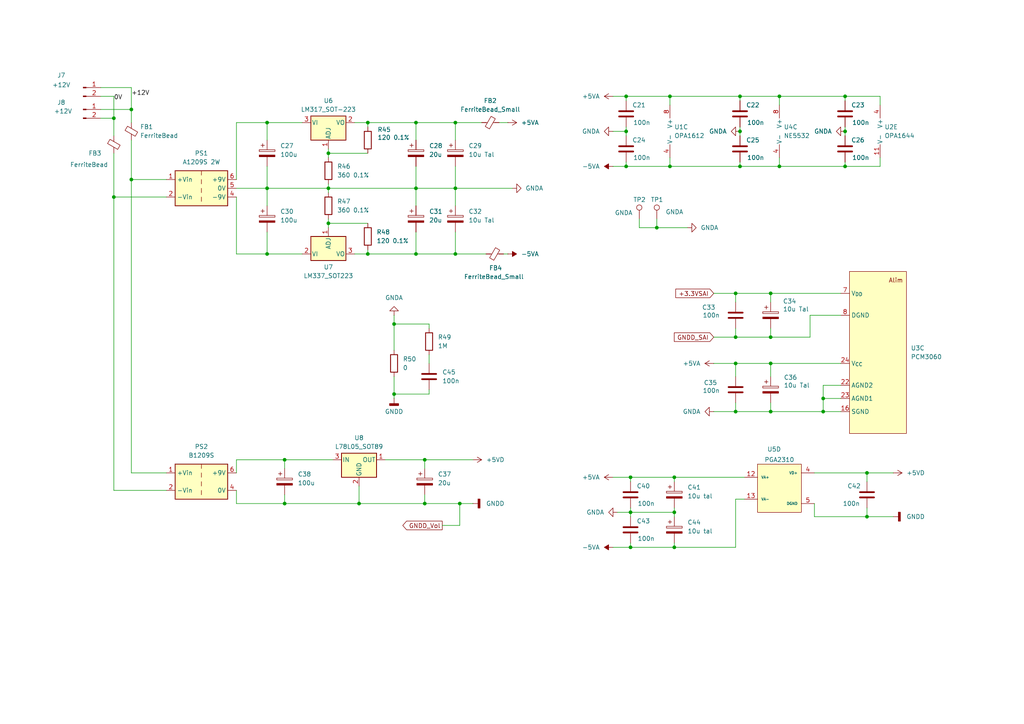
<source format=kicad_sch>
(kicad_sch (version 20250114) (generator "eeschema") (generator_version "9.0")
  (paper "A4")
  (title_block (title "OSCAR Audio 1.0") (date "2025-05-30") (rev "2") (company "DAD Design"))
  (lib_symbols
    (symbol "@Projet:A1209S"
      (property "Reference" "PS" (at -7.62 6.35 0))
      (property "Value" "A1209S 2W" (at 1.27 6.35 0))
      (symbol "A1209S_0_0"
        (pin power_in line (at -10.16 2.54 0) (length 2.54) (name "+Vin") (number "1"))
        (pin power_in line (at -10.16 -2.54 0) (length 2.54) (name "-Vin") (number "2"))
        (pin power_out line (at 10.16 0 180) (length 2.54) (name "0V") (number "5"))
      )
      (symbol "A1209S_0_1"
        (rectangle (start -7.62 5.08) (end 7.62 -5.08) (stroke (width 0.254)) (fill (type background)))
        (polyline (pts (xy 0 5.08) (xy 0 3.81)))
        (polyline (pts (xy 0 2.54) (xy 0 1.27)))
        (polyline (pts (xy 0 0) (xy 0 -1.27)))
        (polyline (pts (xy 0 -2.54) (xy 0 -3.81)))
      )
      (symbol "A1209S_1_0"
        (pin power_out line (at 10.16 2.54 180) (length 2.54) (name "+9V") (number "6"))
        (pin power_out line (at 10.16 -2.54 180) (length 2.54) (name "-9V") (number "4"))
      )
    )
    (symbol "@Projet:B1209S"
      (property "Reference" "PS" (at -7.62 6.35 0))
      (property "Value" "B1209S" (at 1.27 6.35 0))
      (symbol "B1209S_0_0"
        (pin power_in line (at -10.16 2.54 0) (length 2.54) (name "+Vin") (number "1"))
        (pin power_in line (at -10.16 -2.54 0) (length 2.54) (name "-Vin") (number "2"))
      )
      (symbol "B1209S_0_1"
        (rectangle (start -7.62 5.08) (end 7.62 -5.08) (stroke (width 0.254)) (fill (type background)))
        (polyline (pts (xy 0 5.08) (xy 0 3.81)))
        (polyline (pts (xy 0 2.54) (xy 0 1.27)))
        (polyline (pts (xy 0 0) (xy 0 -1.27)))
        (polyline (pts (xy 0 -2.54) (xy 0 -3.81)))
      )
      (symbol "B1209S_1_0"
        (pin power_out line (at 10.16 2.54 180) (length 2.54) (name "+9V") (number "6"))
        (pin power_out line (at 10.16 -2.54 180) (length 2.54) (name "0V") (number "4"))
      )
    )
    (symbol "@Projet:FerriteBead_Small" (pin_numbers (hide yes)) (pin_names (offset 0))
      (property "Reference" "FB" (at 1.905 1.27 0))
      (property "Value" "FerriteBead_Small" (at 1.905 -1.27 0))
      (symbol "FerriteBead_Small_0_1"
        (polyline (pts (xy -1.8288 0.2794) (xy -1.1176 1.4986) (xy 1.8288 -0.2032) (xy 1.1176 -1.4224) (xy -1.8288 0.2794)))
        (polyline (pts (xy 0 0.889) (xy 0 1.2954)))
        (polyline (pts (xy 0 -1.27) (xy 0 -0.7874)))
      )
      (symbol "FerriteBead_Small_1_1"
        (pin power_in line (at 0 2.54 270) (length 1.27) (name "~") (number "1"))
        (pin power_out line (at 0 -2.54 90) (length 1.27) (name "~") (number "2"))
      )
    )
    (symbol "@Projet:OPA1612" (pin_names (offset 0.127))
      (property "Reference" "U" (at 0 5.08 0))
      (property "Value" "OPA1612" (at 0 -5.08 0))
      (symbol "OPA1612_1_1"
        (polyline (pts (xy -5.08 5.08) (xy 5.08 0) (xy -5.08 -5.08) (xy -5.08 5.08)) (stroke (width 0.254)) (fill (type background)))
        (pin input line (at -7.62 2.54 0) (length 2.54) (name "+") (number "3"))
        (pin input line (at -7.62 -2.54 0) (length 2.54) (name "-") (number "2"))
        (pin output line (at 7.62 0 180) (length 2.54) (name "~") (number "1"))
      )
      (symbol "OPA1612_2_1"
        (polyline (pts (xy -5.08 5.08) (xy 5.08 0) (xy -5.08 -5.08) (xy -5.08 5.08)) (stroke (width 0.254)) (fill (type background)))
        (pin input line (at -7.62 2.54 0) (length 2.54) (name "+") (number "5"))
        (pin input line (at -7.62 -2.54 0) (length 2.54) (name "-") (number "6"))
        (pin output line (at 7.62 0 180) (length 2.54) (name "~") (number "7"))
      )
      (symbol "OPA1612_3_1"
        (pin power_in line (at -2.54 7.62 270) (length 3.81) (name "V+") (number "8"))
        (pin power_in line (at -2.54 -7.62 90) (length 3.81) (name "V-") (number "4"))
      )
    )
    (symbol "@Projet:OPA1644" (pin_names (offset 0.127))
      (property "Reference" "U" (at 0 5.08 0))
      (property "Value" "OPA1644" (at 0 -5.08 0))
      (symbol "OPA1644_1_1"
        (polyline (pts (xy -5.08 5.08) (xy 5.08 0) (xy -5.08 -5.08) (xy -5.08 5.08)) (stroke (width 0.254)) (fill (type background)))
        (pin input line (at -7.62 2.54 0) (length 2.54) (name "+") (number "3"))
        (pin input line (at -7.62 -2.54 0) (length 2.54) (name "-") (number "2"))
        (pin output line (at 7.62 0 180) (length 2.54) (name "~") (number "1"))
      )
      (symbol "OPA1644_2_1"
        (polyline (pts (xy -5.08 5.08) (xy 5.08 0) (xy -5.08 -5.08) (xy -5.08 5.08)) (stroke (width 0.254)) (fill (type background)))
        (pin input line (at -7.62 2.54 0) (length 2.54) (name "+") (number "5"))
        (pin input line (at -7.62 -2.54 0) (length 2.54) (name "-") (number "6"))
        (pin output line (at 7.62 0 180) (length 2.54) (name "~") (number "7"))
      )
      (symbol "OPA1644_3_1"
        (polyline (pts (xy -5.08 5.08) (xy 5.08 0) (xy -5.08 -5.08) (xy -5.08 5.08)) (stroke (width 0.254)) (fill (type background)))
        (pin input line (at -7.62 2.54 0) (length 2.54) (name "+") (number "10"))
        (pin input line (at -7.62 -2.54 0) (length 2.54) (name "-") (number "9"))
        (pin output line (at 7.62 0 180) (length 2.54) (name "~") (number "8"))
      )
      (symbol "OPA1644_4_1"
        (polyline (pts (xy -5.08 5.08) (xy 5.08 0) (xy -5.08 -5.08) (xy -5.08 5.08)) (stroke (width 0.254)) (fill (type background)))
        (pin input line (at -7.62 2.54 0) (length 2.54) (name "+") (number "12"))
        (pin input line (at -7.62 -2.54 0) (length 2.54) (name "-") (number "13"))
        (pin output line (at 7.62 0 180) (length 2.54) (name "~") (number "14"))
      )
      (symbol "OPA1644_5_1"
        (pin power_in line (at -2.54 7.62 270) (length 3.81) (name "V+") (number "4"))
        (pin power_in line (at -2.54 -7.62 90) (length 3.81) (name "V-") (number "11"))
      )
    )
    (symbol "@Projet:PCM3060"
      (property "Reference" "U" (at -6.096 25.654 0))
      (property "Value" "PCM3060" (at -6.096 22.606 0))
      (symbol "PCM3060_1_1"
        (rectangle (start -11.43 20.32) (end 8.89 -30.48) (stroke (width 0.254)) (fill (type background)))
        (text "ADC" (at 0 7.874 0) (effects (font (size 1.27 1.27))))
        (text "DAC" (at 1.016 -16.002 0) (effects (font (size 1.27 1.27))))
        (text "Analog" (at 4.064 18.288 0) (effects (font (size 1.27 1.27))))
        (pin input line (at -13.97 12.7 0) (length 2.54) (name "V_{IN}L") (number "25"))
        (pin input line (at -13.97 10.16 0) (length 2.54) (name "V_{IN}R") (number "26"))
        (pin output line (at -13.97 1.27 0) (length 2.54) (name "V_{COM}") (number "21"))
        (pin output line (at -13.97 -7.62 0) (length 2.54) (name "V_{OUT}R-") (number "17"))
        (pin output line (at -13.97 -10.16 0) (length 2.54) (name "V_{OUT}R+") (number "18"))
        (pin output line (at -13.97 -15.24 0) (length 2.54) (name "V_{OUT}L-") (number "19"))
        (pin output line (at -13.97 -17.78 0) (length 2.54) (name "V_{OUT}L+") (number "20"))
        (pin output line (at -13.97 -22.86 0) (length 2.54) (name "ZEROR") (number "13"))
        (pin output line (at -13.97 -26.67 0) (length 2.54) (name "ZEROL") (number "14"))
      )
      (symbol "PCM3060_2_1"
        (rectangle (start -10.16 20.32) (end 20.32 -19.05) (stroke (width 0.254)) (fill (type background)))
        (text "Digital" (at 15.24 18.288 0) (effects (font (size 1.27 1.27))))
        (pin output line (at -12.7 15.24 0) (length 2.54) (name "DOUT") (number "3"))
        (pin bidirectional line (at -12.7 11.43 0) (length 2.54) (name "LRCK1") (number "4"))
        (pin bidirectional line (at -12.7 7.62 0) (length 2.54) (name "BCK1") (number "5"))
        (pin input line (at -12.7 3.81 0) (length 2.54) (name "SCKI1") (number "6"))
        (pin input line (at -12.7 -2.54 0) (length 2.54) (name "DIN") (number "12"))
        (pin bidirectional line (at -12.7 -6.35 0) (length 2.54) (name "LRCK2") (number "11"))
        (pin bidirectional line (at -12.7 -10.16 0) (length 2.54) (name "BCK2") (number "10"))
        (pin input line (at -12.7 -13.97 0) (length 2.54) (name "SCKI2") (number "9"))
        (pin input line (at 22.86 13.97 180) (length 2.54) (name "MODE") (number "28"))
        (pin input line (at 22.86 7.62 180) (length 2.54) (name "~{RST}") (number "15"))
        (pin input line (at 22.86 0 180) (length 2.54) (name "~{MS}/AD/IFMD") (number "27"))
        (pin bidirectional line (at 22.86 -6.35 180) (length 2.54) (name "MD/SDA/DEMP") (number "2"))
        (pin input line (at 22.86 -12.7 180) (length 2.54) (name "MC/SCL/FMT") (number "1"))
      )
      (symbol "PCM3060_3_1"
        (rectangle (start -11.43 20.32) (end 5.08 -26.67) (fill (type background)))
        (text "Alim" (at 2.032 17.78 0) (effects (font (size 1.27 1.27))))
        (pin power_in line (at -13.97 13.97 0) (length 2.54) (name "V_{DD}") (number "7"))
        (pin power_in line (at -13.97 7.62 0) (length 2.54) (name "DGND") (number "8"))
        (pin power_in line (at -13.97 -6.35 0) (length 2.54) (name "V_{CC}") (number "24"))
        (pin power_in line (at -13.97 -12.7 0) (length 2.54) (name "AGND2") (number "22"))
        (pin power_in line (at -13.97 -16.51 0) (length 2.54) (name "AGND1") (number "23"))
        (pin power_in line (at -13.97 -20.32 0) (length 2.54) (name "SGND") (number "16"))
      )
    )
    (symbol "@Projet:PGA2310" (pin_names (offset 1.016))
      (property "Reference" "U" (at -4.318 9.652 0))
      (property "Value" "PGA2310" (at -1.524 7.366 0))
      (symbol "PGA2310_1_1"
        (unit_name "Ana_Left")
        (polyline (pts (xy -6.35 0) (xy -5.08 0)))
        (polyline (pts (xy 6.223 0) (xy -5.08 5.715) (xy -5.08 -5.715) (xy 6.223 0)) (stroke (width 0.254)) (fill (type background)))
        (pin input line (at -8.89 0 0) (length 3.048) (name "AINL") (number "16"))
        (pin power_in line (at 0 -7.62 90) (length 4.318) (name "AGNDL") (number "15"))
        (pin output line (at 8.89 0 180) (length 2.794) (name "AOUTL") (number "14"))
      )
      (symbol "PGA2310_2_1"
        (unit_name "Ana_Right")
        (polyline (pts (xy -6.35 0) (xy -5.08 0)))
        (polyline (pts (xy 6.223 0) (xy -5.08 5.715) (xy -5.08 -5.715) (xy 6.223 0)) (stroke (width 0.254)) (fill (type background)))
        (pin input line (at -8.89 0 0) (length 3.048) (name "AINR") (number "9"))
        (pin power_in line (at 0 -7.62 90) (length 4.318) (name "AGNDR") (number "10"))
        (pin output line (at 8.89 0 180) (length 2.794) (name "AOUTR") (number "11"))
      )
      (symbol "PGA2310_3_1"
        (unit_name "Logic")
        (rectangle (start -7.62 5.08) (end 6.35 -16.51) (fill (type background)))
        (pin input line (at -12.7 2.54 0) (length 5.08) (name "SDATAI") (number "3"))
        (pin input inverted (at -12.7 -1.27 0) (length 5.08) (name "CS") (number "2"))
        (pin input line (at -12.7 -5.08 0) (length 5.08) (name "SCLK") (number "6"))
        (pin input inverted (at -12.7 -10.16 0) (length 5.08) (name "MUTE") (number "8"))
        (pin input line (at -12.7 -13.97 0) (length 5.08) (name "ZCEN") (number "1"))
        (pin output line (at 11.43 -13.97 180) (length 5.08) (name "SDATAO") (number "7"))
      )
      (symbol "PGA2310_4_1"
        (unit_name "Alim")
        (rectangle (start -6.35 5.08) (end 6.35 -8.89) (fill (type background)))
        (pin power_in line (at -10.16 2.54 0) (length 3.81) (name "VD+") (number "4"))
        (pin power_in line (at -10.16 -6.35 0) (length 3.81) (name "DGND") (number "5"))
        (pin power_in line (at 10.16 1.27 180) (length 3.81) (name "VA+") (number "12"))
        (pin power_in line (at 10.16 -5.08 180) (length 3.81) (name "VA-") (number "13"))
      )
    )
    (symbol "Amplifier_Operational:NE5532" (pin_names (offset 0.127))
      (property "Reference" "U" (at 0 5.08 0))
      (property "Value" "NE5532" (at 0 -5.08 0))
      (symbol "NE5532_1_1"
        (polyline (pts (xy -5.08 5.08) (xy 5.08 0) (xy -5.08 -5.08) (xy -5.08 5.08)) (stroke (width 0.254)) (fill (type background)))
        (pin input line (at -7.62 2.54 0) (length 2.54) (name "+") (number "3"))
        (pin input line (at -7.62 -2.54 0) (length 2.54) (name "-") (number "2"))
        (pin output line (at 7.62 0 180) (length 2.54) (name "~") (number "1"))
      )
      (symbol "NE5532_2_1"
        (polyline (pts (xy -5.08 5.08) (xy 5.08 0) (xy -5.08 -5.08) (xy -5.08 5.08)) (stroke (width 0.254)) (fill (type background)))
        (pin input line (at -7.62 2.54 0) (length 2.54) (name "+") (number "5"))
        (pin input line (at -7.62 -2.54 0) (length 2.54) (name "-") (number "6"))
        (pin output line (at 7.62 0 180) (length 2.54) (name "~") (number "7"))
      )
      (symbol "NE5532_3_1"
        (pin power_in line (at -2.54 7.62 270) (length 3.81) (name "V+") (number "8"))
        (pin power_in line (at -2.54 -7.62 90) (length 3.81) (name "V-") (number "4"))
      )
    )
    (symbol "Conn_01x02_Pin_1" (pin_names (offset 1.016) (hide yes))
      (property "Reference" "J7" (at -6.35 3.556 0))
      (property "Value" "+12V" (at -6.35 0.762 0))
      (symbol "Conn_01x02_Pin_1_1_1"
        (rectangle (start 0.8636 0.127) (end 0 -0.127) (stroke (width 0.1524)) (fill (type outline)))
        (rectangle (start 0.8636 -2.413) (end 0 -2.667) (stroke (width 0.1524)) (fill (type outline)))
        (polyline (pts (xy 1.27 0) (xy 0.8636 0)) (stroke (width 0.1524)))
        (polyline (pts (xy 1.27 -2.54) (xy 0.8636 -2.54)) (stroke (width 0.1524)))
        (pin input line (at 5.08 0 180) (length 3.81) (name "Pin_1") (number "1"))
        (pin power_in line (at 5.08 -2.54 180) (length 3.81) (name "Pin_2") (number "2"))
      )
    )
    (symbol "Connector:Conn_01x02_Pin" (pin_names (offset 1.016) (hide yes))
      (property "Reference" "J16" (at 0.635 5.08 0))
      (property "Value" "+12V" (at 0.635 2.54 0))
      (symbol "Conn_01x02_Pin_1_1"
        (rectangle (start 0.8636 0.127) (end 0 -0.127) (stroke (width 0.1524)) (fill (type outline)))
        (rectangle (start 0.8636 -2.413) (end 0 -2.667) (stroke (width 0.1524)) (fill (type outline)))
        (polyline (pts (xy 1.27 0) (xy 0.8636 0)) (stroke (width 0.1524)))
        (polyline (pts (xy 1.27 -2.54) (xy 0.8636 -2.54)) (stroke (width 0.1524)))
        (pin power_out line (at 5.08 0 180) (length 3.81) (name "Pin_1") (number "1"))
        (pin power_out line (at 5.08 -2.54 180) (length 3.81) (name "Pin_2") (number "2"))
      )
    )
    (symbol "Connector:TestPoint" (pin_numbers (hide yes)) (pin_names (offset 0.762) (hide yes))
      (property "Reference" "TP" (at 0 6.858 0))
      (property "Value" "TestPoint" (at 0 5.08 0))
      (symbol "TestPoint_0_1"
        (circle (center 0 3.302) (radius 0.762))
      )
      (symbol "TestPoint_1_1"
        (pin passive line (at 0 0 90) (length 2.54) (name "1") (number "1"))
      )
    )
    (symbol "Device:C" (pin_numbers (hide yes)) (pin_names (offset 0.254))
      (property "Reference" "C" (at 0.635 2.54 0))
      (property "Value" "C" (at 0.635 -2.54 0))
      (symbol "C_0_1"
        (polyline (pts (xy -2.032 0.762) (xy 2.032 0.762)) (stroke (width 0.508)))
        (polyline (pts (xy -2.032 -0.762) (xy 2.032 -0.762)) (stroke (width 0.508)))
      )
      (symbol "C_1_1"
        (pin passive line (at 0 3.81 270) (length 2.794) (name "~") (number "1"))
        (pin passive line (at 0 -3.81 90) (length 2.794) (name "~") (number "2"))
      )
    )
    (symbol "Device:C_Polarized" (pin_numbers (hide yes)) (pin_names (offset 0.254))
      (property "Reference" "C" (at 0.635 2.54 0))
      (property "Value" "C_Polarized" (at 0.635 -2.54 0))
      (symbol "C_Polarized_0_1"
        (rectangle (start -2.286 0.508) (end 2.286 1.016))
        (polyline (pts (xy -1.778 2.286) (xy -0.762 2.286)))
        (polyline (pts (xy -1.27 2.794) (xy -1.27 1.778)))
        (rectangle (start 2.286 -0.508) (end -2.286 -1.016) (fill (type outline)))
      )
      (symbol "C_Polarized_1_1"
        (pin passive line (at 0 3.81 270) (length 2.794) (name "~") (number "1"))
        (pin passive line (at 0 -3.81 90) (length 2.794) (name "~") (number "2"))
      )
    )
    (symbol "Device:R" (pin_numbers (hide yes)) (pin_names (offset 0))
      (property "Reference" "R" (at 2.032 0 90))
      (property "Value" "R" (at 0 0 90))
      (symbol "R_0_1"
        (rectangle (start -1.016 -2.54) (end 1.016 2.54) (stroke (width 0.254)))
      )
      (symbol "R_1_1"
        (pin passive line (at 0 3.81 270) (length 1.27) (name "~") (number "1"))
        (pin passive line (at 0 -3.81 90) (length 1.27) (name "~") (number "2"))
      )
    )
    (symbol "Regulator_Linear:L78L05_SOT89" (pin_names (offset 0.254))
      (property "Reference" "U" (at -3.81 3.175 0))
      (property "Value" "L78L05_SOT89" (at -0.635 3.175 0))
      (symbol "L78L05_SOT89_0_1"
        (rectangle (start -5.08 1.905) (end 5.08 -5.08) (stroke (width 0.254)) (fill (type background)))
      )
      (symbol "L78L05_SOT89_1_1"
        (pin power_in line (at -7.62 0 0) (length 2.54) (name "IN") (number "3"))
        (pin power_in line (at 0 -7.62 90) (length 2.54) (name "GND") (number "2"))
        (pin power_out line (at 7.62 0 180) (length 2.54) (name "OUT") (number "1"))
      )
    )
    (symbol "Regulator_Linear:LM317_SOT-223" (pin_names (offset 0.254))
      (property "Reference" "U" (at -3.81 3.175 0))
      (property "Value" "LM317_SOT-223" (at 0 3.175 0))
      (symbol "LM317_SOT-223_0_1"
        (rectangle (start -5.08 1.905) (end 5.08 -5.08) (stroke (width 0.254)) (fill (type background)))
      )
      (symbol "LM317_SOT-223_1_1"
        (pin power_in line (at -7.62 0 0) (length 2.54) (name "VI") (number "3"))
        (pin input line (at 0 -7.62 90) (length 2.54) (name "ADJ") (number "1"))
        (pin power_out line (at 7.62 0 180) (length 2.54) (name "VO") (number "2"))
      )
    )
    (symbol "Regulator_Linear:LM337_SOT223" (pin_names (offset 0.254))
      (property "Reference" "U" (at -3.81 -3.175 0))
      (property "Value" "LM337_SOT223" (at 0 -3.175 0))
      (symbol "LM337_SOT223_0_1"
        (rectangle (start -5.08 5.08) (end 5.08 -1.905) (stroke (width 0.254)) (fill (type background)))
      )
      (symbol "LM337_SOT223_1_1"
        (pin power_in line (at -7.62 0 0) (length 2.54) (name "VI") (number "2"))
        (pin input line (at 0 7.62 270) (length 2.54) (name "ADJ") (number "1"))
        (pin power_out line (at 7.62 0 180) (length 2.54) (name "VO") (number "3"))
      )
    )
    (symbol "power:+5VA" (power) (pin_numbers (hide yes)) (pin_names (offset 0) (hide yes))
      (property "Value" "+5VA" (at 0 3.556 0))
      (symbol "+5VA_0_1"
        (polyline (pts (xy -0.762 1.27) (xy 0 2.54)))
        (polyline (pts (xy 0 2.54) (xy 0.762 1.27)))
        (polyline (pts (xy 0 0) (xy 0 2.54)))
      )
      (symbol "+5VA_1_1"
        (pin power_in line (at 0 0 90) (length 0) (name "~") (number "1"))
      )
    )
    (symbol "power:+5VD" (power) (pin_numbers (hide yes)) (pin_names (offset 0) (hide yes))
      (property "Value" "+5VD" (at 0 3.556 0))
      (symbol "+5VD_0_1"
        (polyline (pts (xy -0.762 1.27) (xy 0 2.54)))
        (polyline (pts (xy 0 2.54) (xy 0.762 1.27)))
        (polyline (pts (xy 0 0) (xy 0 2.54)))
      )
      (symbol "+5VD_1_1"
        (pin power_in line (at 0 0 90) (length 0) (name "~") (number "1"))
      )
    )
    (symbol "power:-5VA" (power) (pin_numbers (hide yes)) (pin_names (offset 0) (hide yes))
      (property "Value" "-5VA" (at 0 3.556 0))
      (symbol "-5VA_0_0"
        (pin power_in line (at 0 0 90) (length 0) (name "~") (number "1"))
      )
      (symbol "-5VA_0_1"
        (polyline (pts (xy 0 0) (xy 0 1.27) (xy 0.762 1.27) (xy 0 2.54) (xy -0.762 1.27) (xy 0 1.27)) (fill (type outline)))
      )
    )
    (symbol "power:GNDA" (power) (pin_numbers (hide yes)) (pin_names (offset 0) (hide yes))
      (property "Value" "GNDA" (at 0 -3.81 0))
      (symbol "GNDA_0_1"
        (polyline (pts (xy 0 0) (xy 0 -1.27) (xy 1.27 -1.27) (xy 0 -2.54) (xy -1.27 -1.27) (xy 0 -1.27)))
      )
      (symbol "GNDA_1_1"
        (pin power_in line (at 0 0 270) (length 0) (name "~") (number "1"))
      )
    )
    (symbol "power:GNDD" (power) (pin_numbers (hide yes)) (pin_names (offset 0) (hide yes))
      (property "Value" "GNDD" (at 0 -3.175 0))
      (symbol "GNDD_0_1"
        (rectangle (start -1.27 -1.524) (end 1.27 -2.032) (stroke (width 0.254)) (fill (type outline)))
        (polyline (pts (xy 0 0) (xy 0 -1.524)))
      )
      (symbol "GNDD_1_1"
        (pin power_in line (at 0 0 270) (length 0) (name "~") (number "1"))
      )
    )
  )
  (junction (at 132.08 73.66))
  (junction (at 95.25 54.61))
  (junction (at 104.14 146.05))
  (junction (at 38.1 31.75))
  (junction (at 182.88 148.59))
  (junction (at 106.68 73.66))
  (junction (at 77.47 54.61))
  (junction (at 33.02 57.15))
  (junction (at 106.68 35.56))
  (junction (at 38.1 52.07))
  (junction (at 195.58 138.43))
  (junction (at 182.88 138.43))
  (junction (at 245.11 38.1))
  (junction (at 195.58 148.59))
  (junction (at 95.25 64.77))
  (junction (at 132.08 54.61))
  (junction (at 132.08 35.56))
  (junction (at 194.31 48.26))
  (junction (at 214.63 48.26))
  (junction (at 182.88 158.75))
  (junction (at 120.65 54.61))
  (junction (at 214.63 27.94))
  (junction (at 123.19 146.05))
  (junction (at 226.06 27.94))
  (junction (at 223.52 119.38))
  (junction (at 120.65 73.66))
  (junction (at 226.06 48.26))
  (junction (at 213.36 105.41))
  (junction (at 214.63 38.1))
  (junction (at 181.61 27.94))
  (junction (at 213.36 119.38))
  (junction (at 82.55 133.35))
  (junction (at 114.3 93.98))
  (junction (at 77.47 35.56))
  (junction (at 190.5 66.04))
  (junction (at 194.31 27.94))
  (junction (at 195.58 158.75))
  (junction (at 223.52 97.79))
  (junction (at 213.36 85.09))
  (junction (at 82.55 146.05))
  (junction (at 95.25 44.45))
  (junction (at 223.52 105.41))
  (junction (at 120.65 35.56))
  (junction (at 238.76 115.57))
  (junction (at 245.11 48.26))
  (junction (at 33.02 34.29))
  (junction (at 251.46 149.86))
  (junction (at 77.47 73.66))
  (junction (at 123.19 133.35))
  (junction (at 181.61 48.26))
  (junction (at 238.76 119.38))
  (junction (at 251.46 137.16))
  (junction (at 245.11 27.94))
  (junction (at 181.61 38.1))
  (junction (at 114.3 114.3))
  (junction (at 223.52 85.09))
  (junction (at 133.35 146.05))
  (junction (at 213.36 97.79))
  (wire (pts (xy 223.52 116.84) (xy 223.52 119.38)))
  (wire (pts (xy 95.25 43.18) (xy 95.25 44.45)))
  (wire (pts (xy 29.21 25.4) (xy 38.1 25.4)))
  (wire (pts (xy 132.08 73.66) (xy 140.97 73.66)))
  (wire (pts (xy 177.8 158.75) (xy 182.88 158.75)))
  (wire (pts (xy 213.36 85.09) (xy 207.01 85.09)))
  (wire (pts (xy 114.3 109.22) (xy 114.3 114.3)))
  (wire (pts (xy 77.47 35.56) (xy 77.47 40.64)))
  (wire (pts (xy 104.14 146.05) (xy 123.19 146.05)))
  (wire (pts (xy 251.46 147.32) (xy 251.46 149.86)))
  (wire (pts (xy 38.1 25.4) (xy 38.1 31.75)))
  (wire (pts (xy 132.08 48.26) (xy 132.08 54.61)))
  (wire (pts (xy 114.3 91.44) (xy 114.3 93.98)))
  (wire (pts (xy 82.55 146.05) (xy 82.55 143.51)))
  (wire (pts (xy 120.65 73.66) (xy 132.08 73.66)))
  (wire (pts (xy 95.25 63.5) (xy 95.25 64.77)))
  (wire (pts (xy 144.78 35.56) (xy 147.32 35.56)))
  (wire (pts (xy 194.31 45.72) (xy 194.31 48.26)))
  (wire (pts (xy 132.08 35.56) (xy 132.08 40.64)))
  (wire (pts (xy 68.58 52.07) (xy 68.58 35.56)))
  (wire (pts (xy 48.26 137.16) (xy 38.1 137.16)))
  (wire (pts (xy 195.58 158.75) (xy 213.36 158.75)))
  (wire (pts (xy 128.27 152.4) (xy 133.35 152.4)))
  (wire (pts (xy 194.31 27.94) (xy 194.31 30.48)))
  (wire (pts (xy 213.36 95.25) (xy 213.36 97.79)))
  (wire (pts (xy 68.58 35.56) (xy 77.47 35.56)))
  (wire (pts (xy 213.36 85.09) (xy 213.36 87.63)))
  (wire (pts (xy 213.36 105.41) (xy 213.36 109.22)))
  (wire (pts (xy 77.47 54.61) (xy 95.25 54.61)))
  (wire (pts (xy 95.25 64.77) (xy 106.68 64.77)))
  (wire (pts (xy 182.88 148.59) (xy 182.88 149.86)))
  (wire (pts (xy 182.88 147.32) (xy 182.88 148.59)))
  (wire (pts (xy 182.88 158.75) (xy 195.58 158.75)))
  (wire (pts (xy 182.88 148.59) (xy 195.58 148.59)))
  (wire (pts (xy 238.76 115.57) (xy 243.84 115.57)))
  (wire (pts (xy 29.21 27.94) (xy 33.02 27.94)))
  (wire (pts (xy 77.47 59.69) (xy 77.47 54.61)))
  (wire (pts (xy 124.46 95.25) (xy 124.46 93.98)))
  (wire (pts (xy 106.68 35.56) (xy 120.65 35.56)))
  (wire (pts (xy 77.47 67.31) (xy 77.47 73.66)))
  (wire (pts (xy 33.02 44.45) (xy 33.02 57.15)))
  (wire (pts (xy 226.06 48.26) (xy 245.11 48.26)))
  (wire (pts (xy 132.08 54.61) (xy 148.59 54.61)))
  (wire (pts (xy 102.87 35.56) (xy 106.68 35.56)))
  (wire (pts (xy 238.76 119.38) (xy 243.84 119.38)))
  (wire (pts (xy 33.02 57.15) (xy 48.26 57.15)))
  (wire (pts (xy 223.52 85.09) (xy 243.84 85.09)))
  (wire (pts (xy 181.61 36.83) (xy 181.61 38.1)))
  (wire (pts (xy 114.3 93.98) (xy 114.3 101.6)))
  (wire (pts (xy 106.68 36.83) (xy 106.68 35.56)))
  (wire (pts (xy 68.58 142.24) (xy 68.58 146.05)))
  (wire (pts (xy 182.88 138.43) (xy 182.88 139.7)))
  (wire (pts (xy 214.63 38.1) (xy 214.63 39.37)))
  (wire (pts (xy 106.68 73.66) (xy 120.65 73.66)))
  (wire (pts (xy 120.65 35.56) (xy 120.65 40.64)))
  (wire (pts (xy 146.05 73.66) (xy 147.32 73.66)))
  (wire (pts (xy 68.58 146.05) (xy 82.55 146.05)))
  (wire (pts (xy 214.63 36.83) (xy 214.63 38.1)))
  (wire (pts (xy 213.36 85.09) (xy 223.52 85.09)))
  (wire (pts (xy 251.46 149.86) (xy 236.22 149.86)))
  (wire (pts (xy 104.14 140.97) (xy 104.14 146.05)))
  (wire (pts (xy 181.61 48.26) (xy 194.31 48.26)))
  (wire (pts (xy 238.76 111.76) (xy 238.76 115.57)))
  (wire (pts (xy 95.25 44.45) (xy 95.25 45.72)))
  (wire (pts (xy 195.58 148.59) (xy 195.58 149.86)))
  (wire (pts (xy 236.22 137.16) (xy 251.46 137.16)))
  (wire (pts (xy 123.19 133.35) (xy 137.16 133.35)))
  (wire (pts (xy 195.58 138.43) (xy 215.9 138.43)))
  (wire (pts (xy 133.35 152.4) (xy 133.35 146.05)))
  (wire (pts (xy 29.21 31.75) (xy 38.1 31.75)))
  (wire (pts (xy 38.1 31.75) (xy 38.1 35.56)))
  (wire (pts (xy 223.52 105.41) (xy 243.84 105.41)))
  (wire (pts (xy 123.19 133.35) (xy 123.19 135.89)))
  (wire (pts (xy 181.61 27.94) (xy 181.61 29.21)))
  (wire (pts (xy 82.55 133.35) (xy 96.52 133.35)))
  (wire (pts (xy 185.42 63.5) (xy 185.42 66.04)))
  (wire (pts (xy 226.06 27.94) (xy 226.06 30.48)))
  (wire (pts (xy 214.63 27.94) (xy 226.06 27.94)))
  (wire (pts (xy 195.58 138.43) (xy 195.58 139.7)))
  (wire (pts (xy 95.25 66.04) (xy 95.25 64.77)))
  (wire (pts (xy 82.55 133.35) (xy 82.55 135.89)))
  (wire (pts (xy 181.61 27.94) (xy 194.31 27.94)))
  (wire (pts (xy 177.8 48.26) (xy 181.61 48.26)))
  (wire (pts (xy 177.8 27.94) (xy 181.61 27.94)))
  (wire (pts (xy 177.8 38.1) (xy 181.61 38.1)))
  (wire (pts (xy 182.88 138.43) (xy 195.58 138.43)))
  (wire (pts (xy 111.76 133.35) (xy 123.19 133.35)))
  (wire (pts (xy 114.3 114.3) (xy 124.46 114.3)))
  (wire (pts (xy 120.65 35.56) (xy 132.08 35.56)))
  (wire (pts (xy 120.65 54.61) (xy 132.08 54.61)))
  (wire (pts (xy 181.61 48.26) (xy 181.61 46.99)))
  (wire (pts (xy 213.36 119.38) (xy 207.01 119.38)))
  (wire (pts (xy 223.52 95.25) (xy 223.52 97.79)))
  (wire (pts (xy 177.8 138.43) (xy 182.88 138.43)))
  (wire (pts (xy 48.26 142.24) (xy 33.02 142.24)))
  (wire (pts (xy 132.08 35.56) (xy 139.7 35.56)))
  (wire (pts (xy 195.58 147.32) (xy 195.58 148.59)))
  (wire (pts (xy 132.08 67.31) (xy 132.08 73.66)))
  (wire (pts (xy 194.31 27.94) (xy 214.63 27.94)))
  (wire (pts (xy 255.27 30.48) (xy 255.27 27.94)))
  (wire (pts (xy 182.88 158.75) (xy 182.88 157.48)))
  (wire (pts (xy 33.02 34.29) (xy 33.02 39.37)))
  (wire (pts (xy 223.52 97.79) (xy 234.95 97.79)))
  (wire (pts (xy 133.35 146.05) (xy 137.16 146.05)))
  (wire (pts (xy 181.61 38.1) (xy 181.61 39.37)))
  (wire (pts (xy 132.08 54.61) (xy 132.08 59.69)))
  (wire (pts (xy 251.46 137.16) (xy 251.46 139.7)))
  (wire (pts (xy 82.55 146.05) (xy 104.14 146.05)))
  (wire (pts (xy 245.11 48.26) (xy 255.27 48.26)))
  (wire (pts (xy 236.22 149.86) (xy 236.22 146.05)))
  (wire (pts (xy 33.02 27.94) (xy 33.02 34.29)))
  (wire (pts (xy 68.58 54.61) (xy 77.47 54.61)))
  (wire (pts (xy 95.25 54.61) (xy 120.65 54.61)))
  (wire (pts (xy 238.76 115.57) (xy 238.76 119.38)))
  (wire (pts (xy 214.63 27.94) (xy 214.63 29.21)))
  (wire (pts (xy 255.27 45.72) (xy 255.27 48.26)))
  (wire (pts (xy 29.21 34.29) (xy 33.02 34.29)))
  (wire (pts (xy 213.36 144.78) (xy 213.36 158.75)))
  (wire (pts (xy 223.52 105.41) (xy 223.52 109.22)))
  (wire (pts (xy 251.46 137.16) (xy 259.08 137.16)))
  (wire (pts (xy 223.52 119.38) (xy 238.76 119.38)))
  (wire (pts (xy 77.47 73.66) (xy 87.63 73.66)))
  (wire (pts (xy 190.5 63.5) (xy 190.5 66.04)))
  (wire (pts (xy 214.63 48.26) (xy 214.63 46.99)))
  (wire (pts (xy 106.68 73.66) (xy 106.68 72.39)))
  (wire (pts (xy 226.06 27.94) (xy 245.11 27.94)))
  (wire (pts (xy 102.87 73.66) (xy 106.68 73.66)))
  (wire (pts (xy 213.36 105.41) (xy 207.01 105.41)))
  (wire (pts (xy 194.31 48.26) (xy 214.63 48.26)))
  (wire (pts (xy 68.58 73.66) (xy 77.47 73.66)))
  (wire (pts (xy 199.39 66.04) (xy 190.5 66.04)))
  (wire (pts (xy 215.9 144.78) (xy 213.36 144.78)))
  (wire (pts (xy 114.3 93.98) (xy 124.46 93.98)))
  (wire (pts (xy 38.1 52.07) (xy 48.26 52.07)))
  (wire (pts (xy 255.27 27.94) (xy 245.11 27.94)))
  (wire (pts (xy 195.58 157.48) (xy 195.58 158.75)))
  (wire (pts (xy 226.06 45.72) (xy 226.06 48.26)))
  (wire (pts (xy 245.11 36.83) (xy 245.11 38.1)))
  (wire (pts (xy 68.58 57.15) (xy 68.58 73.66)))
  (wire (pts (xy 68.58 133.35) (xy 82.55 133.35)))
  (wire (pts (xy 114.3 114.3) (xy 114.3 115.57)))
  (wire (pts (xy 120.65 67.31) (xy 120.65 73.66)))
  (wire (pts (xy 95.25 44.45) (xy 106.68 44.45)))
  (wire (pts (xy 95.25 55.88) (xy 95.25 54.61)))
  (wire (pts (xy 238.76 111.76) (xy 243.84 111.76)))
  (wire (pts (xy 123.19 146.05) (xy 133.35 146.05)))
  (wire (pts (xy 190.5 66.04) (xy 185.42 66.04)))
  (wire (pts (xy 245.11 27.94) (xy 245.11 29.21)))
  (wire (pts (xy 77.47 35.56) (xy 87.63 35.56)))
  (wire (pts (xy 213.36 119.38) (xy 223.52 119.38)))
  (wire (pts (xy 245.11 46.99) (xy 245.11 48.26)))
  (wire (pts (xy 120.65 48.26) (xy 120.65 54.61)))
  (wire (pts (xy 179.07 148.59) (xy 182.88 148.59)))
  (wire (pts (xy 68.58 137.16) (xy 68.58 133.35)))
  (wire (pts (xy 223.52 85.09) (xy 223.52 87.63)))
  (wire (pts (xy 213.36 116.84) (xy 213.36 119.38)))
  (wire (pts (xy 213.36 97.79) (xy 207.01 97.79)))
  (wire (pts (xy 213.36 105.41) (xy 223.52 105.41)))
  (wire (pts (xy 214.63 48.26) (xy 226.06 48.26)))
  (wire (pts (xy 38.1 40.64) (xy 38.1 52.07)))
  (wire (pts (xy 259.08 149.86) (xy 251.46 149.86)))
  (wire (pts (xy 120.65 54.61) (xy 120.65 59.69)))
  (wire (pts (xy 234.95 91.44) (xy 243.84 91.44)))
  (wire (pts (xy 38.1 137.16) (xy 38.1 52.07)))
  (wire (pts (xy 77.47 48.26) (xy 77.47 54.61)))
  (wire (pts (xy 124.46 102.87) (xy 124.46 105.41)))
  (wire (pts (xy 95.25 53.34) (xy 95.25 54.61)))
  (wire (pts (xy 124.46 113.03) (xy 124.46 114.3)))
  (wire (pts (xy 234.95 91.44) (xy 234.95 97.79)))
  (wire (pts (xy 33.02 142.24) (xy 33.02 57.15)))
  (wire (pts (xy 123.19 146.05) (xy 123.19 143.51)))
  (wire (pts (xy 213.36 97.79) (xy 223.52 97.79)))
  (wire (pts (xy 245.11 38.1) (xy 245.11 39.37)))
  (label "+12V" (at 38.1 27.94 0))
  (label "0V" (at 33.02 29.21 0))
  (global_label "+3.3VSAI" (shape input) (at 207.01 85.09 180) (property "Intersheetrefs" "${INTERSHEET_REFS}" (effects (hide yes))))
  (global_label "GNDD_Vol" (shape output) (at 128.27 152.4 180) (property "Intersheetrefs" "${INTERSHEET_REFS}" (effects (hide yes))))
  (global_label "GNDD_SAI" (shape input) (at 207.01 97.79 180) (property "Intersheetrefs" "${INTERSHEET_REFS}" (effects (hide yes))))
  (symbol (lib_id "power:-5VA") (at 177.8 48.26 90) (unit 1)
    (property "Reference" "#PWR015" (effects (hide yes)))
    (property "Value" "-5VA" (at 173.99 48.2599 90) (effects (justify left)))
    (property "Description" "Power symbol creates a global label with name \"-5VA\"" (effects (hide yes)))
  )
  (symbol (lib_id "Device:R") (at 124.46 99.06 0) (unit 1)
    (property "Reference" "R49" (at 127 97.7899 0) (effects (justify left)))
    (property "Value" "1M" (at 127 100.3299 0) (effects (justify left)))
    (property "Footprint" "Resistor_SMD:R_1206_3216Metric_Pad1.30x1.75mm_HandSolder" (effects (hide yes)))
    (property "Description" "Resistor" (effects (hide yes)))
  )
  (symbol (lib_id "Device:C_Polarized") (at 132.08 44.45 0) (unit 1)
    (property "Reference" "C29" (at 135.89 42.2909 0) (effects (justify left)))
    (property "Value" "10u Tal" (at 135.89 44.8309 0) (effects (justify left)))
    (property "Footprint" "Capacitor_Tantalum_SMD:CP_EIA-3528-21_Kemet-B_HandSolder" (effects (hide yes)))
    (property "Description" "Polarized capacitor" (effects (hide yes)))
  )
  (symbol (lib_id "power:-5VA") (at 177.8 158.75 90) (unit 1)
    (property "Reference" "#PWR030" (effects (hide yes)))
    (property "Value" "-5VA" (at 173.99 158.7499 90) (effects (justify left)))
    (property "Description" "Power symbol creates a global label with name \"-5VA\"" (effects (hide yes)))
  )
  (symbol (lib_id "Device:C") (at 251.46 143.51 0) (mirror y) (unit 1)
    (property "Reference" "C42" (at 249.682 140.97 0) (effects (justify left)))
    (property "Value" "100n" (at 249.428 146.05 0) (effects (justify left)))
    (property "Footprint" "Capacitor_SMD:C_0805_2012Metric_Pad1.18x1.45mm_HandSolder" (effects (hide yes)))
    (property "Description" "Unpolarized capacitor" (effects (hide yes)))
  )
  (symbol (lib_id "Device:C") (at 124.46 109.22 0) (unit 1)
    (property "Reference" "C45" (at 128.27 107.9499 0) (effects (justify left)))
    (property "Value" "100n" (at 128.27 110.4899 0) (effects (justify left)))
    (property "Footprint" "Capacitor_SMD:C_0805_2012Metric_Pad1.18x1.45mm_HandSolder" (effects (hide yes)))
    (property "Description" "Unpolarized capacitor" (effects (hide yes)))
  )
  (symbol (lib_id "Regulator_Linear:LM317_SOT-223") (at 95.25 35.56 0) (unit 1)
    (property "Reference" "U6" (at 95.25 29.21 0))
    (property "Value" "LM317_SOT-223" (at 95.25 31.75 0))
    (property "Footprint" "Package_TO_SOT_SMD:SOT-223-3_TabPin2" (effects (hide yes)))
    (property "Datasheet" "http://www.ti.com/lit/ds/symlink/lm317.pdf" (effects (hide yes)))
    (property "Description" "1.5A 35V Adjustable Linear Regulator, SOT-223" (effects (hide yes)))
  )
  (symbol (lib_id "Device:C_Polarized") (at 132.08 63.5 0) (unit 1)
    (property "Reference" "C32" (at 135.89 61.3409 0) (effects (justify left)))
    (property "Value" "10u Tal" (at 135.89 63.8809 0) (effects (justify left)))
    (property "Footprint" "Capacitor_Tantalum_SMD:CP_EIA-3528-21_Kemet-B_HandSolder" (effects (hide yes)))
    (property "Description" "Polarized capacitor" (effects (hide yes)))
  )
  (symbol (lib_id "Connector:TestPoint") (at 190.5 63.5 0) (unit 1)
    (property "Reference" "TP1" (at 188.722 57.912 0) (effects (justify left)))
    (property "Value" "GNDA" (at 193.04 61.4679 0) (effects (justify left)))
    (property "Footprint" "TestPoint:TestPoint_Pad_4.0x4.0mm" (effects (hide yes)))
    (property "Description" "test point" (effects (hide yes)))
  )
  (symbol (lib_id "Device:C_Polarized") (at 223.52 113.03 0) (unit 1)
    (property "Reference" "C36" (at 227.33 109.474 0) (effects (justify left)))
    (property "Value" "10u Tal" (at 227.33 111.76 0) (effects (justify left)))
    (property "Footprint" "Capacitor_Tantalum_SMD:CP_EIA-3528-21_Kemet-B_HandSolder" (effects (hide yes)))
    (property "Description" "Polarized capacitor" (effects (hide yes)))
  )
  (symbol (lib_id "Device:C_Polarized") (at 123.19 139.7 0) (unit 1)
    (property "Reference" "C37" (at 127 137.5409 0) (effects (justify left)))
    (property "Value" "20u" (at 127 140.0809 0) (effects (justify left)))
    (property "Footprint" "@Projet:CP_Elec_5x5.4_WM" (effects (hide yes)))
    (property "Description" "Polarized capacitor" (effects (hide yes)))
  )
  (symbol (lib_id "Device:C") (at 245.11 43.18 0) (unit 1)
    (property "Reference" "C26" (at 246.888 40.64 0) (effects (justify left)))
    (property "Value" "100n" (at 247.142 45.72 0) (effects (justify left)))
    (property "Footprint" "Capacitor_SMD:C_0805_2012Metric_Pad1.18x1.45mm_HandSolder" (effects (hide yes)))
    (property "Description" "Unpolarized capacitor" (effects (hide yes)))
  )
  (symbol (lib_id "Connector:TestPoint") (at 185.42 63.5 0) (unit 1)
    (property "Reference" "TP2" (at 183.642 57.912 0) (effects (justify left)))
    (property "Value" "GNDA" (at 178.308 61.722 0) (effects (justify left)))
    (property "Footprint" "Connector_Pin:Pin_D1.3mm_L11.0mm" (effects (hide yes)))
    (property "Description" "test point" (effects (hide yes)))
  )
  (symbol (lib_id "Device:C") (at 182.88 153.67 0) (unit 1)
    (property "Reference" "C43" (at 184.658 151.13 0) (effects (justify left)))
    (property "Value" "100n" (at 184.912 156.21 0) (effects (justify left)))
    (property "Footprint" "Capacitor_SMD:C_0805_2012Metric_Pad1.18x1.45mm_HandSolder" (effects (hide yes)))
    (property "Description" "Unpolarized capacitor" (effects (hide yes)))
  )
  (symbol (lib_id "power:GNDD") (at 114.3 115.57 0) (unit 1)
    (property "Reference" "#PWR031" (effects (hide yes)))
    (property "Value" "GNDD" (at 114.3 119.38 0))
    (property "Description" "Power symbol creates a global label with name \"GNDD\" , digital ground" (effects (hide yes)))
  )
  (symbol (lib_id "@Projet:PCM3060") (at 257.81 99.06 0) (unit 3)
    (property "Reference" "U3" (at 264.16 100.9649 0) (effects (justify left)))
    (property "Value" "PCM3060" (at 264.16 103.5049 0) (effects (justify left)))
    (property "Footprint" "Package_SO:TSSOP-28_4.4x9.7mm_P0.65mm" (effects (hide yes)))
    (property "Datasheet" "https://www.ti.com/lit/gpn/pcm3060" (effects (hide yes)))
    (property "Description" "24-bit Asynchronous Stereo Audio Codec with 96/192kHz sampling rate, TSSOP-28" (effects (hide yes)))
  )
  (symbol (lib_id "Device:R") (at 106.68 68.58 0) (unit 1)
    (property "Reference" "R48" (at 109.22 67.3099 0) (effects (justify left)))
    (property "Value" "120 0.1%" (at 109.22 69.8499 0) (effects (justify left)))
    (property "Footprint" "Resistor_SMD:R_0805_2012Metric_Pad1.20x1.40mm_HandSolder" (effects (hide yes)))
    (property "Description" "Resistor" (effects (hide yes)))
  )
  (symbol (lib_id "@Projet:FerriteBead_Small") (at 142.24 35.56 90) (unit 1)
    (property "Reference" "FB2" (at 142.2019 29.21 90))
    (property "Value" "FerriteBead_Small" (at 142.2019 31.75 90))
    (property "Footprint" "Inductor_SMD:L_0805_2012Metric_Pad1.15x1.40mm_HandSolder" (effects (hide yes)))
    (property "Description" "Ferrite bead, small symbol" (effects (hide yes)))
  )
  (symbol (lib_id "@Projet:B1209S") (at 58.42 139.7 0) (unit 1)
    (property "Reference" "PS2" (at 58.42 129.54 0))
    (property "Value" "B1209S" (at 58.42 132.08 0))
    (property "Footprint" "@Projet:Converter_DCDC_TRACO_TBA2-xxxx_Single_THT" (effects (hide yes)))
    (property "Description" "Isolated DC/DC Converter Module, Output Voltage +9V" (effects (hide yes)))
  )
  (symbol (lib_id "Device:C_Polarized") (at 195.58 143.51 0) (unit 1)
    (property "Reference" "C41" (at 199.39 141.3509 0) (effects (justify left)))
    (property "Value" "10u tal" (at 199.39 143.8909 0) (effects (justify left)))
    (property "Footprint" "Capacitor_Tantalum_SMD:CP_EIA-3528-21_Kemet-B_HandSolder" (effects (hide yes)))
    (property "Description" "Polarized capacitor" (effects (hide yes)))
  )
  (symbol (lib_id "@Projet:A1209S") (at 58.42 54.61 0) (unit 1)
    (property "Reference" "PS1" (at 58.42 44.45 0))
    (property "Value" "A1209S 2W" (at 58.42 46.99 0))
    (property "Footprint" "@Projet:Converter_DCDC_TRACO_TBA2-xxxx_Dual_THT" (effects (hide yes)))
    (property "Description" "2W, 1000 VDC Isolated DC/DC Converter Module, Dual Output Voltage ±9V" (effects (hide yes)))
  )
  (symbol (lib_id "@Projet:FerriteBead_Small") (at 33.02 41.91 0) (unit 1)
    (property "Reference" "FB3" (at 25.654 44.45 0) (effects (justify left)))
    (property "Value" "FerriteBead" (at 20.32 47.752 0) (effects (justify left)))
    (property "Footprint" "Inductor_SMD:L_1206_3216Metric_Pad1.22x1.90mm_HandSolder" (effects (hide yes)))
    (property "Description" "Ferrite bead, small symbol" (effects (hide yes)))
  )
  (symbol (lib_id "Connector:Conn_01x02_Pin") (at 24.13 31.75 0) (unit 1)
    (property "Reference" "J8" (at 17.78 29.718 0))
    (property "Value" "+12V" (at 18.288 32.258 0))
    (property "Footprint" "Connector_PinHeader_2.54mm:PinHeader_1x02_P2.54mm_Vertical" (effects (hide yes)))
    (property "Description" "Generic connector, single row, 01x02, script generated" (effects (hide yes)))
  )
  (symbol (lib_id "Device:C") (at 245.11 33.02 0) (unit 1)
    (property "Reference" "C23" (at 246.888 30.48 0) (effects (justify left)))
    (property "Value" "100n" (at 247.142 35.56 0) (effects (justify left)))
    (property "Footprint" "Capacitor_SMD:C_0805_2012Metric_Pad1.18x1.45mm_HandSolder" (effects (hide yes)))
    (property "Description" "Unpolarized capacitor" (effects (hide yes)))
  )
  (symbol (lib_id "power:+5VA") (at 177.8 27.94 90) (unit 1)
    (property "Reference" "#PWR010" (effects (hide yes)))
    (property "Value" "+5VA" (at 173.99 27.9399 90) (effects (justify left)))
    (property "Description" "Power symbol creates a global label with name \"+5VA\"" (effects (hide yes)))
  )
  (symbol (lib_id "Device:C_Polarized") (at 77.47 44.45 0) (unit 1)
    (property "Reference" "C27" (at 81.28 42.2909 0) (effects (justify left)))
    (property "Value" "100u" (at 81.28 44.8309 0) (effects (justify left)))
    (property "Footprint" "@Projet:CP_Elec_6.3x9.9_WM" (effects (hide yes)))
    (property "Description" "Polarized capacitor" (effects (hide yes)))
  )
  (symbol (lib_id "Device:C_Polarized") (at 82.55 139.7 0) (unit 1)
    (property "Reference" "C38" (at 86.36 137.5409 0) (effects (justify left)))
    (property "Value" "100u" (at 86.36 140.0809 0) (effects (justify left)))
    (property "Footprint" "@Projet:CP_Elec_6.3x9.9_WM" (effects (hide yes)))
    (property "Description" "Polarized capacitor" (effects (hide yes)))
  )
  (symbol (lib_id "Regulator_Linear:L78L05_SOT89") (at 104.14 133.35 0) (unit 1)
    (property "Reference" "U8" (at 104.14 127 0))
    (property "Value" "L78L05_SOT89" (at 104.14 129.54 0))
    (property "Footprint" "Package_TO_SOT_SMD:SOT-89-3" (effects (hide yes)))
    (property "Datasheet" "http://www.st.com/content/ccc/resource/technical/document/datasheet/15/55/e5/aa/23/5b/43/fd/CD00000446.pdf/files/CD00000446.pdf/jcr:content/translations/en.CD00000446.pdf" (effects (hide yes)))
    (property "Description" "Positive 100mA 30V Linear Regulator, Fixed Output 5V, SOT-89" (effects (hide yes)))
  )
  (symbol (lib_id "Device:R") (at 114.3 105.41 0) (unit 1)
    (property "Reference" "R50" (at 116.84 104.1399 0) (effects (justify left)))
    (property "Value" "0" (at 116.84 106.6799 0) (effects (justify left)))
    (property "Footprint" "Resistor_SMD:R_1206_3216Metric_Pad1.30x1.75mm_HandSolder" (effects (hide yes)))
    (property "Description" "Resistor" (effects (hide yes)))
  )
  (symbol (lib_id "power:GNDA") (at 179.07 148.59 270) (unit 1)
    (property "Reference" "#PWR027" (effects (hide yes)))
    (property "Value" "GNDA" (at 175.26 148.5899 90) (effects (justify right)))
    (property "Description" "Power symbol creates a global label with name \"GNDA\" , analog ground" (effects (hide yes)))
  )
  (symbol (lib_id "Device:C") (at 214.63 33.02 0) (unit 1)
    (property "Reference" "C22" (at 216.408 30.48 0) (effects (justify left)))
    (property "Value" "100n" (at 216.662 35.56 0) (effects (justify left)))
    (property "Footprint" "Capacitor_SMD:C_0805_2012Metric_Pad1.18x1.45mm_HandSolder" (effects (hide yes)))
    (property "Description" "Unpolarized capacitor" (effects (hide yes)))
  )
  (symbol (lib_id "Device:C_Polarized") (at 195.58 153.67 0) (unit 1)
    (property "Reference" "C44" (at 199.39 151.5109 0) (effects (justify left)))
    (property "Value" "10u tal" (at 199.39 154.0509 0) (effects (justify left)))
    (property "Footprint" "Capacitor_Tantalum_SMD:CP_EIA-3528-21_Kemet-B_HandSolder" (effects (hide yes)))
    (property "Description" "Polarized capacitor" (effects (hide yes)))
  )
  (symbol (lib_name "Conn_01x02_Pin_1") (lib_id "Connector:Conn_01x02_Pin") (at 24.13 25.4 0) (unit 1)
    (property "Reference" "J7" (at 17.78 21.844 0))
    (property "Value" "+12V" (at 17.78 24.638 0))
    (property "Footprint" "Connector_PinHeader_2.54mm:PinHeader_1x02_P2.54mm_Vertical" (effects (hide yes)))
    (property "Description" "Generic connector, single row, 01x02, script generated" (effects (hide yes)))
  )
  (symbol (lib_id "power:GNDA") (at 177.8 38.1 270) (unit 1)
    (property "Reference" "#PWR012" (effects (hide yes)))
    (property "Value" "GNDA" (at 173.99 38.0999 90) (effects (justify right)))
    (property "Description" "Power symbol creates a global label with name \"GNDA\" , analog ground" (effects (hide yes)))
  )
  (symbol (lib_id "Amplifier_Operational:NE5532") (at 228.6 38.1 0) (unit 3)
    (property "Reference" "U4" (at 227.33 36.8299 0) (effects (justify left)))
    (property "Value" "NE5532" (at 227.33 39.3699 0) (effects (justify left)))
    (property "Footprint" "Package_SO:SOP-8_3.76x4.96mm_P1.27mm" (effects (hide yes)))
    (property "Datasheet" "http://www.ti.com/lit/ds/symlink/ne5532.pdf" (effects (hide yes)))
    (property "Description" "Dual Low-Noise Operational Amplifiers, DIP-8/SOIC-8" (effects (hide yes)))
  )
  (symbol (lib_id "Device:C") (at 213.36 91.44 0) (mirror y) (unit 1)
    (property "Reference" "C33" (at 207.518 89.154 0) (effects (justify left)))
    (property "Value" "100n" (at 208.788 91.44 0) (effects (justify left)))
    (property "Footprint" "Capacitor_SMD:C_0805_2012Metric_Pad1.18x1.45mm_HandSolder" (effects (hide yes)))
    (property "Description" "Unpolarized capacitor" (effects (hide yes)))
  )
  (symbol (lib_id "Device:C") (at 181.61 33.02 0) (unit 1)
    (property "Reference" "C21" (at 183.388 30.48 0) (effects (justify left)))
    (property "Value" "100n" (at 183.642 35.56 0) (effects (justify left)))
    (property "Footprint" "Capacitor_SMD:C_0805_2012Metric_Pad1.18x1.45mm_HandSolder" (effects (hide yes)))
    (property "Description" "Unpolarized capacitor" (effects (hide yes)))
  )
  (symbol (lib_id "power:GNDA") (at 114.3 91.44 180) (unit 1)
    (property "Reference" "#PWR029" (effects (hide yes)))
    (property "Value" "GNDA" (at 114.3 86.36 0))
    (property "Description" "Power symbol creates a global label with name \"GNDA\" , analog ground" (effects (hide yes)))
  )
  (symbol (lib_id "@Projet:OPA1644") (at 257.81 38.1 0) (unit 5)
    (property "Reference" "U2" (at 256.54 36.8299 0) (effects (justify left)))
    (property "Value" "OPA1644" (at 256.54 39.3699 0) (effects (justify left)))
    (property "Footprint" "Package_SO:SOIC-14_3.9x8.7mm_P1.27mm" (effects (hide yes)))
    (property "Datasheet" "https://www.ti.com/product/OPA1644" (effects (hide yes)))
    (property "Description" "Quad SoundPlus High Performance Audio Operational Amplifiers, SOIC-14" (effects (hide yes)))
  )
  (symbol (lib_id "power:+5VA") (at 177.8 138.43 90) (unit 1)
    (property "Reference" "#PWR025" (effects (hide yes)))
    (property "Value" "+5VA" (at 173.99 138.4299 90) (effects (justify left)))
    (property "Description" "Power symbol creates a global label with name \"+5VA\"" (effects (hide yes)))
  )
  (symbol (lib_id "power:+5VD") (at 137.16 133.35 270) (unit 1)
    (property "Reference" "#PWR021" (effects (hide yes)))
    (property "Value" "+5VD" (at 140.97 133.3499 90) (effects (justify left)))
    (property "Description" "Power symbol creates a global label with name \"+5VD\"" (effects (hide yes)))
  )
  (symbol (lib_id "power:GNDA") (at 199.39 66.04 90) (unit 1)
    (property "Reference" "#PWR018" (effects (hide yes)))
    (property "Value" "GNDA" (at 203.2 66.0399 90) (effects (justify right)))
    (property "Description" "Power symbol creates a global label with name \"GNDA\" , analog ground" (effects (hide yes)))
  )
  (symbol (lib_id "@Projet:OPA1612") (at 196.85 38.1 0) (unit 3)
    (property "Reference" "U1" (at 195.58 36.8299 0) (effects (justify left)))
    (property "Value" "OPA1612" (at 195.58 39.3699 0) (effects (justify left)))
    (property "Footprint" "Package_SO:SOP-8_3.76x4.96mm_P1.27mm" (effects (hide yes)))
    (property "Datasheet" "https://www.ti.com/product/OPA1612" (effects (hide yes)))
    (property "Description" "Audio Operational Amplifier with 1.1nV/√Hz Noise, Low THD and Precision" (effects (hide yes)))
  )
  (symbol (lib_id "@Projet:PGA2310") (at 226.06 139.7 0) (mirror y) (unit 4)
    (property "Reference" "U5" (at 224.536 130.302 0))
    (property "Value" "PGA2310" (at 226.06 133.35 0))
    (property "Footprint" "Package_SO:SOIC-16W_7.5x10.3mm_P1.27mm" (effects (hide yes)))
    (property "Datasheet" "https://www.ti.com/product/PGA2310" (effects (hide yes)))
    (property "Description" "+/-15-V stereo audio volume control with low gain error (0.05)" (effects (hide yes)))
  )
  (symbol (lib_id "power:GNDA") (at 207.01 119.38 270) (unit 1)
    (property "Reference" "#PWR022" (effects (hide yes)))
    (property "Value" "GNDA" (at 203.2 119.3799 90) (effects (justify right)))
    (property "Description" "Power symbol creates a global label with name \"GNDA\" , analog ground" (effects (hide yes)))
  )
  (symbol (lib_id "power:GNDA") (at 245.11 38.1 270) (unit 1)
    (property "Reference" "#PWR014" (effects (hide yes)))
    (property "Value" "GNDA" (at 241.3 38.0999 90) (effects (justify right)))
    (property "Description" "Power symbol creates a global label with name \"GNDA\" , analog ground" (effects (hide yes)))
  )
  (symbol (lib_id "@Projet:FerriteBead_Small") (at 38.1 38.1 0) (unit 1)
    (property "Reference" "FB1" (at 40.64 36.7918 0) (effects (justify left)))
    (property "Value" "FerriteBead" (at 40.64 39.3318 0) (effects (justify left)))
    (property "Footprint" "Inductor_SMD:L_1206_3216Metric_Pad1.22x1.90mm_HandSolder" (effects (hide yes)))
    (property "Description" "Ferrite bead, small symbol" (effects (hide yes)))
  )
  (symbol (lib_id "@Projet:FerriteBead_Small") (at 143.51 73.66 90) (unit 1)
    (property "Reference" "FB4" (at 143.764 77.724 90))
    (property "Value" "FerriteBead_Small" (at 143.256 80.264 90))
    (property "Footprint" "Inductor_SMD:L_0805_2012Metric_Pad1.15x1.40mm_HandSolder" (effects (hide yes)))
    (property "Description" "Ferrite bead, small symbol" (effects (hide yes)))
  )
  (symbol (lib_id "Device:C") (at 213.36 113.03 0) (mirror y) (unit 1)
    (property "Reference" "C35" (at 208.026 110.998 0) (effects (justify left)))
    (property "Value" "100n" (at 208.788 113.284 0) (effects (justify left)))
    (property "Footprint" "Capacitor_SMD:C_0805_2012Metric_Pad1.18x1.45mm_HandSolder" (effects (hide yes)))
    (property "Description" "Unpolarized capacitor" (effects (hide yes)))
  )
  (symbol (lib_id "Device:C") (at 182.88 143.51 0) (unit 1)
    (property "Reference" "C40" (at 184.658 140.97 0) (effects (justify left)))
    (property "Value" "100n" (at 184.912 146.05 0) (effects (justify left)))
    (property "Footprint" "Capacitor_SMD:C_0805_2012Metric_Pad1.18x1.45mm_HandSolder" (effects (hide yes)))
    (property "Description" "Unpolarized capacitor" (effects (hide yes)))
  )
  (symbol (lib_id "power:+5VD") (at 259.08 137.16 270) (mirror x) (unit 1)
    (property "Reference" "#PWR024" (effects (hide yes)))
    (property "Value" "+5VD" (at 262.89 137.1599 90) (effects (justify left)))
    (property "Description" "Power symbol creates a global label with name \"+5VD\"" (effects (hide yes)))
  )
  (symbol (lib_id "Device:C_Polarized") (at 120.65 44.45 0) (unit 1)
    (property "Reference" "C28" (at 124.46 42.2909 0) (effects (justify left)))
    (property "Value" "20u" (at 124.46 44.8309 0) (effects (justify left)))
    (property "Footprint" "@Projet:CP_Elec_5x5.4_WM" (effects (hide yes)))
    (property "Description" "Polarized capacitor" (effects (hide yes)))
  )
  (symbol (lib_id "Device:C") (at 181.61 43.18 0) (unit 1)
    (property "Reference" "C24" (at 183.388 40.64 0) (effects (justify left)))
    (property "Value" "100n" (at 183.642 45.72 0) (effects (justify left)))
    (property "Footprint" "Capacitor_SMD:C_0805_2012Metric_Pad1.18x1.45mm_HandSolder" (effects (hide yes)))
    (property "Description" "Unpolarized capacitor" (effects (hide yes)))
  )
  (symbol (lib_id "power:GNDD") (at 137.16 146.05 90) (unit 1)
    (property "Reference" "#PWR07" (effects (hide yes)))
    (property "Value" "GNDD" (at 140.97 146.0499 90) (effects (justify right)))
    (property "Description" "Power symbol creates a global label with name \"GNDD\" , digital ground" (effects (hide yes)))
  )
  (symbol (lib_id "Device:R") (at 95.25 49.53 0) (unit 1)
    (property "Reference" "R46" (at 97.79 48.2599 0) (effects (justify left)))
    (property "Value" "360 0.1%" (at 97.79 50.7999 0) (effects (justify left)))
    (property "Footprint" "Resistor_SMD:R_0805_2012Metric_Pad1.20x1.40mm_HandSolder" (effects (hide yes)))
    (property "Description" "Resistor" (effects (hide yes)))
  )
  (symbol (lib_id "Device:R") (at 95.25 59.69 0) (unit 1)
    (property "Reference" "R47" (at 97.79 58.4199 0) (effects (justify left)))
    (property "Value" "360 0.1%" (at 97.79 60.9599 0) (effects (justify left)))
    (property "Footprint" "Resistor_SMD:R_0805_2012Metric_Pad1.20x1.40mm_HandSolder" (effects (hide yes)))
    (property "Description" "Resistor" (effects (hide yes)))
  )
  (symbol (lib_id "power:GNDD") (at 259.08 149.86 90) (mirror x) (unit 1)
    (property "Reference" "#PWR028" (effects (hide yes)))
    (property "Value" "GNDD" (at 262.89 149.8599 90) (effects (justify right)))
    (property "Description" "Power symbol creates a global label with name \"GNDD\" , digital ground" (effects (hide yes)))
  )
  (symbol (lib_id "Device:R") (at 106.68 40.64 0) (unit 1)
    (property "Reference" "R45" (at 109.474 37.592 0) (effects (justify left)))
    (property "Value" "120 0.1%" (at 109.474 39.878 0) (effects (justify left)))
    (property "Footprint" "Resistor_SMD:R_0805_2012Metric_Pad1.20x1.40mm_HandSolder" (effects (hide yes)))
    (property "Description" "Resistor" (effects (hide yes)))
  )
  (symbol (lib_id "Device:C_Polarized") (at 120.65 63.5 0) (unit 1)
    (property "Reference" "C31" (at 124.46 61.3409 0) (effects (justify left)))
    (property "Value" "20u" (at 124.46 63.8809 0) (effects (justify left)))
    (property "Footprint" "@Projet:CP_Elec_5x5.4_WM" (effects (hide yes)))
    (property "Description" "Polarized capacitor" (effects (hide yes)))
  )
  (symbol (lib_id "Device:C_Polarized") (at 77.47 63.5 0) (unit 1)
    (property "Reference" "C30" (at 81.28 61.3409 0) (effects (justify left)))
    (property "Value" "100u" (at 81.28 63.8809 0) (effects (justify left)))
    (property "Footprint" "@Projet:CP_Elec_6.3x9.9_WM" (effects (hide yes)))
    (property "Description" "Polarized capacitor" (effects (hide yes)))
  )
  (symbol (lib_id "power:+5VD") (at 207.01 105.41 90) (mirror x) (unit 1)
    (property "Reference" "#PWR020" (effects (hide yes)))
    (property "Value" "+5VA" (at 203.2 105.4099 90) (effects (justify left)))
    (property "Description" "Power symbol creates a global label with name \"+5VD\"" (effects (hide yes)))
  )
  (symbol (lib_id "power:-5VA") (at 147.32 73.66 270) (unit 1)
    (property "Reference" "#PWR017" (effects (hide yes)))
    (property "Value" "-5VA" (at 151.13 73.6599 90) (effects (justify left)))
    (property "Description" "Power symbol creates a global label with name \"-5VA\"" (effects (hide yes)))
  )
  (symbol (lib_id "power:+5VA") (at 147.32 35.56 270) (unit 1)
    (property "Reference" "#PWR011" (effects (hide yes)))
    (property "Value" "+5VA" (at 151.13 35.5599 90) (effects (justify left)))
    (property "Description" "Power symbol creates a global label with name \"+5VA\"" (effects (hide yes)))
  )
  (symbol (lib_id "Regulator_Linear:LM337_SOT223") (at 95.25 73.66 0) (unit 1)
    (property "Reference" "U7" (at 95.25 77.47 0))
    (property "Value" "LM337_SOT223" (at 95.25 80.01 0))
    (property "Footprint" "Package_TO_SOT_SMD:SOT-223-3_TabPin2" (effects (hide yes)))
    (property "Datasheet" "http://www.ti.com/lit/ds/symlink/lm337-n.pdf" (effects (hide yes)))
    (property "Description" "Negative 1A 35V Adjustable Linear Regulator, SOT-223" (effects (hide yes)))
  )
  (symbol (lib_id "power:GNDA") (at 148.59 54.61 90) (unit 1)
    (property "Reference" "#PWR016" (effects (hide yes)))
    (property "Value" "GNDA" (at 152.4 54.6099 90) (effects (justify right)))
    (property "Description" "Power symbol creates a global label with name \"GNDA\" , analog ground" (effects (hide yes)))
  )
  (symbol (lib_id "Device:C") (at 214.63 43.18 0) (unit 1)
    (property "Reference" "C25" (at 216.408 40.64 0) (effects (justify left)))
    (property "Value" "100n" (at 216.662 45.72 0) (effects (justify left)))
    (property "Footprint" "Capacitor_SMD:C_0805_2012Metric_Pad1.18x1.45mm_HandSolder" (effects (hide yes)))
    (property "Description" "Unpolarized capacitor" (effects (hide yes)))
  )
  (symbol (lib_id "power:GNDA") (at 214.63 38.1 270) (unit 1)
    (property "Reference" "#PWR013" (effects (hide yes)))
    (property "Value" "GNDA" (at 210.82 38.0999 90) (effects (justify right)))
    (property "Description" "Power symbol creates a global label with name \"GNDA\" , analog ground" (effects (hide yes)))
  )
  (symbol (lib_id "Device:C_Polarized") (at 223.52 91.44 0) (unit 1)
    (property "Reference" "C34" (at 227.076 87.376 0) (effects (justify left)))
    (property "Value" "10u Tal" (at 227.076 89.662 0) (effects (justify left)))
    (property "Footprint" "Capacitor_Tantalum_SMD:CP_EIA-3528-21_Kemet-B_HandSolder" (effects (hide yes)))
    (property "Description" "Polarized capacitor" (effects (hide yes)))
  )
)
</source>
